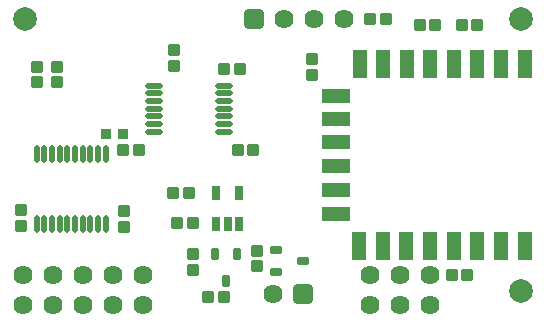
<source format=gbr>
%TF.GenerationSoftware,Altium Limited,Altium Designer,20.1.8 (145)*%
G04 Layer_Color=10066329*
%FSLAX45Y45*%
%MOMM*%
%TF.SameCoordinates,2300FDCC-ED38-457A-842E-A9769F27D6F2*%
%TF.FilePolarity,Negative*%
%TF.FileFunction,Soldermask,Top*%
%TF.Part,Single*%
G01*
G75*
%TA.AperFunction,WasherPad*%
%ADD25C,2.00000*%
%TA.AperFunction,ComponentPad*%
%ADD30C,1.62400*%
G04:AMPARAMS|DCode=31|XSize=1.624mm|YSize=1.624mm|CornerRadius=0.2405mm|HoleSize=0mm|Usage=FLASHONLY|Rotation=180.000|XOffset=0mm|YOffset=0mm|HoleType=Round|Shape=RoundedRectangle|*
%AMROUNDEDRECTD31*
21,1,1.62400,1.14300,0,0,180.0*
21,1,1.14300,1.62400,0,0,180.0*
1,1,0.48100,-0.57150,0.57150*
1,1,0.48100,0.57150,0.57150*
1,1,0.48100,0.57150,-0.57150*
1,1,0.48100,-0.57150,-0.57150*
%
%ADD31ROUNDEDRECTD31*%
%TA.AperFunction,SMDPad,CuDef*%
G04:AMPARAMS|DCode=37|XSize=0.65mm|YSize=1mm|CornerRadius=0.05275mm|HoleSize=0mm|Usage=FLASHONLY|Rotation=90.000|XOffset=0mm|YOffset=0mm|HoleType=Round|Shape=RoundedRectangle|*
%AMROUNDEDRECTD37*
21,1,0.65000,0.89450,0,0,90.0*
21,1,0.54450,1.00000,0,0,90.0*
1,1,0.10550,0.44725,0.27225*
1,1,0.10550,0.44725,-0.27225*
1,1,0.10550,-0.44725,-0.27225*
1,1,0.10550,-0.44725,0.27225*
%
%ADD37ROUNDEDRECTD37*%
G04:AMPARAMS|DCode=38|XSize=0.65mm|YSize=1mm|CornerRadius=0.05275mm|HoleSize=0mm|Usage=FLASHONLY|Rotation=0.000|XOffset=0mm|YOffset=0mm|HoleType=Round|Shape=RoundedRectangle|*
%AMROUNDEDRECTD38*
21,1,0.65000,0.89450,0,0,0.0*
21,1,0.54450,1.00000,0,0,0.0*
1,1,0.10550,0.27225,-0.44725*
1,1,0.10550,-0.27225,-0.44725*
1,1,0.10550,-0.27225,0.44725*
1,1,0.10550,0.27225,0.44725*
%
%ADD38ROUNDEDRECTD38*%
G04:AMPARAMS|DCode=39|XSize=0.95mm|YSize=0.95mm|CornerRadius=0.05425mm|HoleSize=0mm|Usage=FLASHONLY|Rotation=0.000|XOffset=0mm|YOffset=0mm|HoleType=Round|Shape=RoundedRectangle|*
%AMROUNDEDRECTD39*
21,1,0.95000,0.84150,0,0,0.0*
21,1,0.84150,0.95000,0,0,0.0*
1,1,0.10850,0.42075,-0.42075*
1,1,0.10850,-0.42075,-0.42075*
1,1,0.10850,-0.42075,0.42075*
1,1,0.10850,0.42075,0.42075*
%
%ADD39ROUNDEDRECTD39*%
G04:AMPARAMS|DCode=40|XSize=0.95mm|YSize=0.95mm|CornerRadius=0.05425mm|HoleSize=0mm|Usage=FLASHONLY|Rotation=90.000|XOffset=0mm|YOffset=0mm|HoleType=Round|Shape=RoundedRectangle|*
%AMROUNDEDRECTD40*
21,1,0.95000,0.84150,0,0,90.0*
21,1,0.84150,0.95000,0,0,90.0*
1,1,0.10850,0.42075,0.42075*
1,1,0.10850,0.42075,-0.42075*
1,1,0.10850,-0.42075,-0.42075*
1,1,0.10850,-0.42075,0.42075*
%
%ADD40ROUNDEDRECTD40*%
%ADD41O,0.55000X1.50000*%
%ADD42O,1.50000X0.55000*%
G04:AMPARAMS|DCode=43|XSize=0.9mm|YSize=0.9mm|CornerRadius=0.054mm|HoleSize=0mm|Usage=FLASHONLY|Rotation=270.000|XOffset=0mm|YOffset=0mm|HoleType=Round|Shape=RoundedRectangle|*
%AMROUNDEDRECTD43*
21,1,0.90000,0.79200,0,0,270.0*
21,1,0.79200,0.90000,0,0,270.0*
1,1,0.10800,-0.39600,-0.39600*
1,1,0.10800,-0.39600,0.39600*
1,1,0.10800,0.39600,0.39600*
1,1,0.10800,0.39600,-0.39600*
%
%ADD43ROUNDEDRECTD43*%
G04:AMPARAMS|DCode=44|XSize=0.7mm|YSize=1.15mm|CornerRadius=0.053mm|HoleSize=0mm|Usage=FLASHONLY|Rotation=180.000|XOffset=0mm|YOffset=0mm|HoleType=Round|Shape=RoundedRectangle|*
%AMROUNDEDRECTD44*
21,1,0.70000,1.04400,0,0,180.0*
21,1,0.59400,1.15000,0,0,180.0*
1,1,0.10600,-0.29700,0.52200*
1,1,0.10600,0.29700,0.52200*
1,1,0.10600,0.29700,-0.52200*
1,1,0.10600,-0.29700,-0.52200*
%
%ADD44ROUNDEDRECTD44*%
G04:AMPARAMS|DCode=45|XSize=0.95mm|YSize=1mm|CornerRadius=0.05425mm|HoleSize=0mm|Usage=FLASHONLY|Rotation=0.000|XOffset=0mm|YOffset=0mm|HoleType=Round|Shape=RoundedRectangle|*
%AMROUNDEDRECTD45*
21,1,0.95000,0.89150,0,0,0.0*
21,1,0.84150,1.00000,0,0,0.0*
1,1,0.10850,0.42075,-0.44575*
1,1,0.10850,-0.42075,-0.44575*
1,1,0.10850,-0.42075,0.44575*
1,1,0.10850,0.42075,0.44575*
%
%ADD45ROUNDEDRECTD45*%
G04:AMPARAMS|DCode=46|XSize=0.95mm|YSize=1mm|CornerRadius=0.05425mm|HoleSize=0mm|Usage=FLASHONLY|Rotation=90.000|XOffset=0mm|YOffset=0mm|HoleType=Round|Shape=RoundedRectangle|*
%AMROUNDEDRECTD46*
21,1,0.95000,0.89150,0,0,90.0*
21,1,0.84150,1.00000,0,0,90.0*
1,1,0.10850,0.44575,0.42075*
1,1,0.10850,0.44575,-0.42075*
1,1,0.10850,-0.44575,-0.42075*
1,1,0.10850,-0.44575,0.42075*
%
%ADD46ROUNDEDRECTD46*%
%TA.AperFunction,ConnectorPad*%
G04:AMPARAMS|DCode=47|XSize=1.2mm|YSize=2.4mm|CornerRadius=0.0555mm|HoleSize=0mm|Usage=FLASHONLY|Rotation=0.000|XOffset=0mm|YOffset=0mm|HoleType=Round|Shape=RoundedRectangle|*
%AMROUNDEDRECTD47*
21,1,1.20000,2.28900,0,0,0.0*
21,1,1.08900,2.40000,0,0,0.0*
1,1,0.11100,0.54450,-1.14450*
1,1,0.11100,-0.54450,-1.14450*
1,1,0.11100,-0.54450,1.14450*
1,1,0.11100,0.54450,1.14450*
%
%ADD47ROUNDEDRECTD47*%
G04:AMPARAMS|DCode=48|XSize=1.2mm|YSize=2.4mm|CornerRadius=0.0555mm|HoleSize=0mm|Usage=FLASHONLY|Rotation=90.000|XOffset=0mm|YOffset=0mm|HoleType=Round|Shape=RoundedRectangle|*
%AMROUNDEDRECTD48*
21,1,1.20000,2.28900,0,0,90.0*
21,1,1.08900,2.40000,0,0,90.0*
1,1,0.11100,1.14450,0.54450*
1,1,0.11100,1.14450,-0.54450*
1,1,0.11100,-1.14450,-0.54450*
1,1,0.11100,-1.14450,0.54450*
%
%ADD48ROUNDEDRECTD48*%
D25*
X250000Y2550000D02*
D03*
X4450000Y250000D02*
D03*
Y2550000D02*
D03*
D30*
X3170000Y130000D02*
D03*
X3424000Y130000D02*
D03*
X3678000Y130000D02*
D03*
Y384000D02*
D03*
X3424000Y384000D02*
D03*
X3170000Y384000D02*
D03*
X1246000Y130000D02*
D03*
X992000D02*
D03*
X738000D02*
D03*
X484000D02*
D03*
X230000D02*
D03*
Y384000D02*
D03*
X484000D02*
D03*
X738000D02*
D03*
X992000D02*
D03*
X1246000D02*
D03*
X2350000Y223520D02*
D03*
X2442000Y2550000D02*
D03*
X2696000D02*
D03*
X2950000D02*
D03*
D31*
X2604000Y223520D02*
D03*
X2188000Y2550000D02*
D03*
D37*
X2604000Y500800D02*
D03*
X2374000Y405800D02*
D03*
Y595800D02*
D03*
D38*
X2045000Y560001D02*
D03*
X1855000D02*
D03*
X1950000Y330001D02*
D03*
D39*
X2209373Y584600D02*
D03*
Y454600D02*
D03*
X212060Y799000D02*
D03*
Y929000D02*
D03*
X347500Y2013760D02*
D03*
Y2143760D02*
D03*
X515620D02*
D03*
Y2013760D02*
D03*
D40*
X2049780Y1436906D02*
D03*
X2179780D02*
D03*
X3723640Y2500000D02*
D03*
X3593640D02*
D03*
X4079340D02*
D03*
X3949340D02*
D03*
X3860180Y384000D02*
D03*
X3990180D02*
D03*
X1082500Y1440180D02*
D03*
X1212500D02*
D03*
D41*
X932500Y1402500D02*
D03*
X867500D02*
D03*
X802500D02*
D03*
X737500D02*
D03*
X672500D02*
D03*
X607500D02*
D03*
X542500D02*
D03*
X477500D02*
D03*
X412500D02*
D03*
X347500D02*
D03*
X932500Y817500D02*
D03*
X867500D02*
D03*
X802500D02*
D03*
X737500D02*
D03*
X672500D02*
D03*
X607500D02*
D03*
X542500D02*
D03*
X477500D02*
D03*
X412500D02*
D03*
X347500D02*
D03*
D42*
X1935000Y1595000D02*
D03*
Y1660000D02*
D03*
Y1725000D02*
D03*
Y1790000D02*
D03*
Y1855000D02*
D03*
Y1920000D02*
D03*
Y1985000D02*
D03*
X1345000Y1595000D02*
D03*
Y1660000D02*
D03*
Y1725000D02*
D03*
Y1790000D02*
D03*
Y1855000D02*
D03*
Y1920000D02*
D03*
Y1985000D02*
D03*
D43*
X932500Y1577340D02*
D03*
X1082500D02*
D03*
D44*
X1870000Y809840D02*
D03*
X1965000D02*
D03*
X2060000D02*
D03*
Y1079840D02*
D03*
X1870000D02*
D03*
D45*
X1090000Y921820D02*
D03*
Y786820D02*
D03*
X1670000Y425001D02*
D03*
Y560001D02*
D03*
X2676016Y2209440D02*
D03*
Y2074440D02*
D03*
X1513222Y2283840D02*
D03*
Y2148840D02*
D03*
D46*
X1929880Y198120D02*
D03*
X1794880D02*
D03*
X1672540Y820000D02*
D03*
X1537540D02*
D03*
X1504880Y1079840D02*
D03*
X1639880D02*
D03*
X2070000Y2125980D02*
D03*
X1935000D02*
D03*
X3170120Y2550000D02*
D03*
X3305120D02*
D03*
D47*
X4478120Y2169560D02*
D03*
X3281780D02*
D03*
X3078580Y627460D02*
D03*
X4280000Y2169560D02*
D03*
X4079340D02*
D03*
X3881220D02*
D03*
X3678020D02*
D03*
X3479900D02*
D03*
X3081120D02*
D03*
X3279240Y627460D02*
D03*
X3477360D02*
D03*
X3678020Y630000D02*
D03*
X3878680D02*
D03*
X4076800D02*
D03*
X4280000D02*
D03*
X4478120D02*
D03*
D48*
X2882840Y1900160D02*
D03*
Y1702040D02*
D03*
Y1503920D02*
D03*
Y1300720D02*
D03*
Y1102600D02*
D03*
Y899400D02*
D03*
%TF.MD5,a821d559993e306e9681e037510c40ec*%
M02*

</source>
